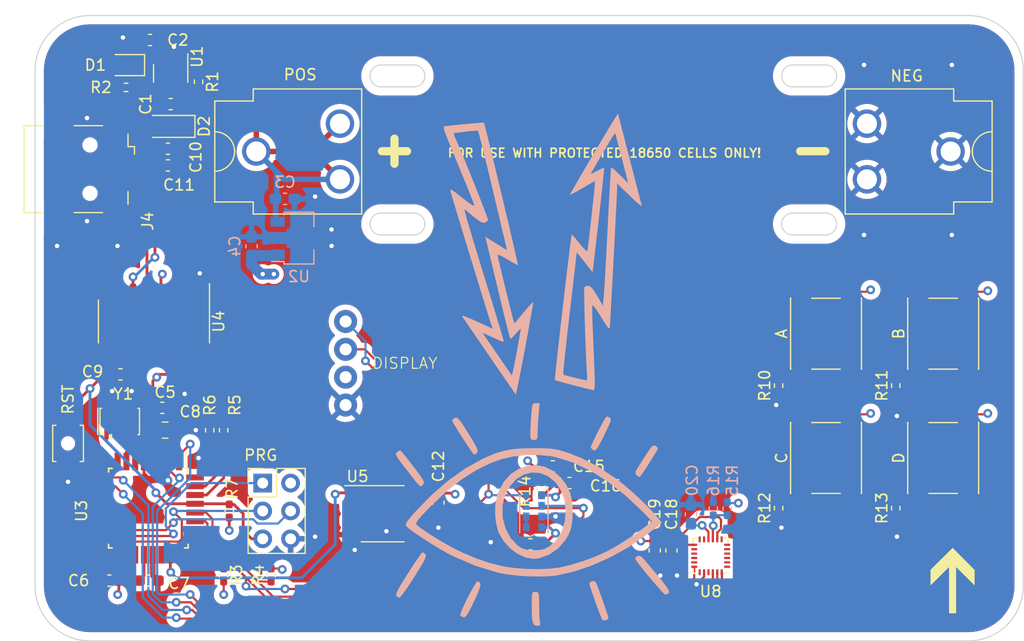
<source format=kicad_pcb>
(kicad_pcb (version 20240108) (generator "pcbnew") (generator_version "8.0")
  (layers (0 "F.Cu" signal) (1 "In1.Cu" signal "Pwr.Cu") (2 "In2.Cu" signal "Gnd.Cu") (31 "B.Cu" signal) (34 "B.Paste" user) (35 "F.Paste" user) (36 "B.SilkS" user "B.Silkscreen") (37 "F.SilkS" user "F.Silkscreen") (38 "B.Mask" user) (39 "F.Mask" user) (44 "Edge.Cuts" user))
  (net 0 "")
  (net 1 "/V_BUS")
  (net 2 "GND")
  (net 3 "/Powersupply/Bat_pos")
  (net 4 "/3V3")
  (net 5 "Net-(U3-AREF)")
  (net 6 "/Microcontroller/RESET")
  (net 7 "Net-(U4-~{DTR})")
  (net 8 "Net-(U7-VCC)")
  (net 9 "Net-(U8-REGOUT)")
  (net 10 "/Powersupply/STAT")
  (net 11 "Net-(D1-A)")
  (net 12 "/Microcontroller/MISO")
  (net 13 "/Microcontroller/SCK")
  (net 14 "/Microcontroller/MOSI")
  (net 15 "Net-(J4-D-)")
  (net 16 "Net-(J4-D+)")
  (net 18 "/SDA")
  (net 19 "/SCL")
  (net 20 "Net-(U1-PROG)")
  (net 21 "/Microcontroller/RX{slash}PD0")
  (net 22 "Net-(U4-TXD)")
  (net 23 "/Microcontroller/TX{slash}PD1")
  (net 24 "Net-(U4-RXD)")
  (net 25 "/SW1")
  (net 26 "/SW2")
  (net 27 "/SW3")
  (net 28 "/SW4")
  (net 29 "Net-(U8-SDO{slash}AD0)")
  (net 30 "Net-(U3-XTAL1{slash}PB6)")
  (net 31 "Net-(U3-XTAL2{slash}PB7)")
  (net 38 "/analog_temp")
  (net 53 "Net-(U7-LDR)")
  (net 69 "Net-(D2-A)")
  (footprint "Capacitor_SMD:C_0603_1608Metric_Pad1.08x0.95mm_HandSolder" (layer "F.Cu") (at 161.436 108.76 -90)
    (property "Reference" "C19")
    (property "Value" "100n")
  )
  (footprint "Battery:BatteryClip_Keystone_54_D16-19mm" (layer "F.Cu") (at 125.146 72.39)
    (property "Reference" "POS")
    (property "Value" "Bat_pos")
  )
  (footprint "Package_QFP:TQFP-32_7x7mm_P0.8mm" (layer "F.Cu") (at 115.316 104.902 -90)
    (property "Reference" "U3")
    (property "Value" "ATmega328P-A")
  )
  (footprint "Capacitor_SMD:C_0603_1608Metric_Pad1.08x0.95mm_HandSolder" (layer "F.Cu") (at 141.732 104.394 -90)
    (property "Reference" "C12")
    (property "Value" "100n")
  )
  (footprint "Resistor_SMD:R_0402_1005Metric_Pad0.72x0.64mm_HandSolder" (layer "F.Cu") (at 122.174 97.79 90)
    (property "Reference" "R5")
    (property "Value" "1k")
  )
  (footprint "Diode_SMD:D_SOD-123F" (layer "F.Cu") (at 117.348 70.104 180)
    (property "Reference" "D2")
    (property "Value" "PMEG2005EH")
  )
  (footprint "Package_SO:SOIC-8_3.9x4.9mm_P1.27mm" (layer "F.Cu") (at 136.652 105.41)
    (property "Reference" "U5")
    (property "Value" "TMP36xS")
  )
  (footprint "Capacitor_SMD:C_0603_1608Metric_Pad1.08x0.95mm_HandSolder" (layer "F.Cu") (at 153.67 102.616)
    (property "Reference" "C16")
    (property "Value" "1u")
  )
  (footprint "Button_Switch_SMD:SW_SPST_PTS645" (layer "F.Cu") (at 187.706 100.33 90)
    (property "Reference" "D")
    (property "Value" "SW_Push")
  )
  (footprint "Capacitor_SMD:C_0603_1608Metric_Pad1.08x0.95mm_HandSolder" (layer "F.Cu") (at 117.094 73.66)
    (property "Reference" "C11")
    (property "Value" "100n")
  )
  (footprint "Resistor_SMD:R_0402_1005Metric_Pad0.72x0.64mm_HandSolder" (layer "F.Cu") (at 183.388 104.902 -90)
    (property "Reference" "R13")
    (property "Value" "10k")
  )
  (footprint "Button_Switch_SMD:SW_SPST_B3U-1000P-B" (layer "F.Cu") (at 108 99 90)
    (property "Reference" "RST")
    (property "Value" "RESET_JMP")
  )
  (footprint "Connector_USB:USB_Mini-B_Wuerth_65100516121_Horizontal" (layer "F.Cu") (at 110 74 -90)
    (property "Reference" "J4")
    (property "Value" "USB_B_Mini")
  )
  (footprint "Button_Switch_SMD:SW_SPST_PTS645" (layer "F.Cu") (at 177.038 89 90)
    (property "Reference" "A")
    (property "Value" "SW_Push")
  )
  (footprint "Resistor_SMD:R_0402_1005Metric_Pad0.72x0.64mm_HandSolder" (layer "F.Cu") (at 126.492 110.998 90)
    (property "Reference" "R4")
    (property "Value" "4k7")
  )
  (footprint "Resistor_SMD:R_0402_1005Metric_Pad0.72x0.64mm_HandSolder" (layer "F.Cu") (at 120.904 97.79 90)
    (property "Reference" "R6")
    (property "Value" "1k")
  )
  (footprint "Resistor_SMD:R_0402_1005Metric_Pad0.72x0.64mm_HandSolder" (layer "F.Cu") (at 122.682 105.156 -90)
    (property "Reference" "R7")
    (property "Value" "1k")
  )
  (footprint "Capacitor_SMD:C_0603_1608Metric_Pad1.08x0.95mm_HandSolder" (layer "F.Cu") (at 117.094 72.136)
    (property "Reference" "C10")
    (property "Value" "10u")
  )
  (footprint "Resistor_SMD:R_0402_1005Metric_Pad0.72x0.64mm_HandSolder" (layer "F.Cu") (at 172.72 93.726 -90)
    (property "Reference" "R10")
    (property "Value" "10k")
  )
  (footprint "Capacitor_SMD:C_0603_1608Metric_Pad1.08x0.95mm_HandSolder" (layer "F.Cu") (at 111.76 111.506 180)
    (property "Reference" "C6")
    (property "Value" "1u")
  )
  (footprint "Capacitor_SMD:C_0603_1608Metric_Pad1.08x0.95mm_HandSolder" (layer "F.Cu") (at 117.348 68.072)
    (property "Reference" "C1")
    (property "Value" "4u7")
  )
  (footprint "Capacitor_SMD:C_0603_1608Metric_Pad1.08x0.95mm_HandSolder" (layer "F.Cu") (at 162.96 108.76 -90)
    (property "Reference" "C18")
    (property "Value" "100n")
  )
  (footprint "Resistor_SMD:R_0402_1005Metric_Pad0.72x0.64mm_HandSolder" (layer "F.Cu") (at 113.284 66.548)
    (property "Reference" "R2")
    (property "Value" "470R")
  )
  (footprint "Custom_Display:SSD1306 128x32px" (layer "F.Cu") (at 138.36 91.694)
    (property "Reference" "DISPLAY")
    (property "Value" "Display")
  )
  (footprint "Resistor_SMD:R_0402_1005Metric_Pad0.72x0.64mm_HandSolder" (layer "F.Cu") (at 122.174 110.998 -90)
    (property "Reference" "R3")
    (property "Value" "4k7")
  )
  (footprint "Resistor_SMD:R_0402_1005Metric_Pad0.72x0.64mm_HandSolder" (layer "F.Cu") (at 119.888 66.04 90)
    (property "Reference" "R1")
    (property "Value" "2k")
  )
  (footprint "Crystal:Resonator_SMD_Murata_CSTxExxV-3Pin_3.0x1.1mm_HandSoldering" (layer "F.Cu") (at 112.706 97)
    (property "Reference" "Y1")
    (property "Value" "Resonator 8MHz")
  )
  (footprint "Capacitor_SMD:C_0603_1608Metric_Pad1.08x0.95mm_HandSolder" (layer "F.Cu") (at 115.316 111.506)
    (property "Reference" "C7")
    (property "Value" "100n")
  )
  (footprint "Button_Switch_SMD:SW_SPST_PTS645" (layer "F.Cu") (at 177.038 100.33 90)
    (property "Reference" "C")
    (property "Value" "SW_Push")
  )
  (footprint "Capacitor_SMD:C_0805_2012Metric_Pad1.18x1.45mm_HandSolder" (layer "F.Cu") (at 116.84 97.79)
    (property "Reference" "C8")
    (property "Value" "4u7/16V")
  )
  (footprint "Resistor_SMD:R_0402_1005Metric_Pad0.72x0.64mm_HandSolder" (layer "F.Cu") (at 183.388 93.726 -90)
    (property "Reference" "R11")
    (property "Value" "10k")
  )
  (footprint "Capacitor_SMD:C_0603_1608Metric_Pad1.08x0.95mm_HandSolder" (layer "F.Cu") (at 115.4695 62.23 180)
    (property "Reference" "C2")
    (property "Value" "4u7")
  )
  (footprint "Package_SO:SOIC-16_3.9x9.9mm_P1.27mm" (layer "F.Cu") (at 115.824 87.884 -90)
    (property "Reference" "U4")
    (property "Value" "CH340C")
  )
  (footprint "Capacitor_SMD:C_0603_1608Metric_Pad1.08x0.95mm_HandSolder" (layer "F.Cu") (at 150.114 108.204 180)
    (property "Reference" "C17" (hide yes))
    (property "Value" "1u")
  )
  (footprint "Resistor_SMD:R_0402_1005Metric_Pad0.72x0.64mm_HandSolder" (layer "F.Cu") (at 151.13 103.124 -90)
    (property "Reference" "R14")
    (property "Value" "22R")
  )
  (footprint "Connector_PinHeader_2.54mm:PinHeader_2x03_P2.54mm_Vertical" (layer "F.Cu") (at 125.73 102.616)
    (property "Reference" "PRG")
    (property "Value" "ICSP")
  )
  (footprint "Capacitor_SMD:C_0603_1608Metric_Pad1.08x0.95mm_HandSolder" (layer "F.Cu") (at 112.776 92.71)
    (property "Reference" "C9")
    (property "Value" "100n" (hide yes))
  )
  (footprint "Resistor_SMD:R_0402_1005Metric_Pad0.72x0.64mm_HandSolder" (layer "F.Cu") (at 172.72 104.902 -90)
    (property "Reference" "R12")
    (property "Value" "10k")
  )
  (footprint "LOGO" (layer "F.Cu") (at 188.5 111.5)
    (property "Reference" "G***" (hide yes))
    (property "Value" "LOGO" (hide yes))
  )
  (footprint "Button_Switch_SMD:SW_SPST_PTS645" (layer "F.Cu") (at 187.706 89 90)
    (property "Reference" "B")
    (property "Value" "SW_Push")
  )
  (footprint "Package_TO_SOT_SMD:SOT-23-5" (layer "F.Cu") (at 117.348 65.278 -90)
    (property "Reference" "U1")
    (property "Value" "MCP73831-2-OT")
  )
  (footprint "LED_SMD:LED_0805_2012Metric" (layer "F.Cu") (at 113.284 64.516 180)
    (property "Reference" "D1")
    (property "Value" "BLUE")
  )
  (footprint "Capacitor_SMD:C_0603_1608Metric_Pad1.08x0.95mm_HandSolder" (layer "F.Cu") (at 152.146 101.092)
    (property "Reference" "C15")
    (property "Value" "10u")
  )
  (footprint "Capacitor_SMD:C_0603_1608Metric_Pad1.08x0.95mm_HandSolder" (layer "F.Cu") (at 116.586 95.758)
    (property "Reference" "C5")
    (property "Value" "1u")
  )
  (footprint "Sensor_Motion:InvenSense_QFN-24_3x3mm_P0.4mm" (layer "F.Cu") (at 166.532 109.244 180)
    (property "Reference" "U8")
    (property "Value" "ICM-20948")
  )
  (footprint "Battery:BatteryClip_Keystone_54_D16-19mm" (layer "F.Cu") (at 188.386 72.39 180)
    (property "Reference" "NEG")
    (property "Value" "Bat_neg")
  )
  (footprint "Sensor:Avago_APDS-9960" (layer "B.Cu") (at 150.43 105.179 -90)
    (property "Reference" "U7" (hide yes))
    (property "Value" "APDS-9960")
  )
  (footprint "Resistor_SMD:R_0402_1005Metric_Pad0.72x0.64mm_HandSolder" (layer "B.Cu") (at 166.77 104.95 90)
    (property "Reference" "R16")
    (property "Value" "dnp")
  )
  (footprint "Capacitor_SMD:C_0603_1608Metric_Pad1.08x0.95mm_HandSolder" (layer "B.Cu") (at 164.738 105.458 90)
    (property "Reference" "C20")
    (property "Value" "100n")
  )
  (footprint "LOGO" (layer "B.Cu") (at 146.130257 82.199074 20)
    (property "Reference" "G***" (hide yes))
    (property "Value" "LOGO" (hide yes))
  )
  (footprint "Capacitor_SMD:C_0603_1608Metric_Pad1.08x0.95mm_HandSolder" (layer "B.Cu") (at 124.714 81.026 90)
    (property "Reference" "C4")
    (property "Value" "10u")
  )
  (footprint "Capacitor_SMD:C_0603_1608Metric_Pad1.08x0.95mm_HandSolder" (layer "B.Cu") (at 127.762 76.708)
    (property "Reference" "C3")
    (property "Value" "1u")
  )
  (footprint "Package_TO_SOT_SMD:SOT-89-3" (layer "B.Cu") (at 129.032 80.288)
    (property "Reference" "U2")
    (property "Value" "AP130-33Y")
  )
  (footprint "Resistor_SMD:R_0402_1005Metric_Pad0.72x0.64mm_HandSolder" (layer "B.Cu") (at 168.04 104.95 -90)
    (property "Reference" "R15")
    (property "Value" "0R")
  )
  (footprint "LOGO" (layer "B.Cu") (at 150.368 105.41 180)
    (property "Reference" "G***" (hide yes))
    (property "Value" "LOGO" (hide yes))
  )
  (footprint "LOGO" (layer "B.Cu") (at 156.360147 81.451622 180)
    (property "Reference" "G***" (hide yes))
    (property "Value" "LOGO" (hide yes))
  )
  (gr_line (start 105 112) (end 105 65) (stroke (width 0.1)) (layer "Edge.Cuts"))
  (gr_arc (start 139.5 64.5) (mid 140.5 65.5) (end 139.5 66.5) (stroke (width 0.1)) (layer "Edge.Cuts"))
  (gr_line (start 136.5 78) (end 139.5 78) (stroke (width 0.1)) (layer "Edge.Cuts"))
  (gr_line (start 174 78) (end 177 78) (stroke (width 0.1)) (layer "Edge.Cuts"))
  (gr_line (start 195 112) (end 195 65) (stroke (width 0.1)) (layer "Edge.Cuts"))
  (gr_line (start 136.5 64.5) (end 139.5 64.5) (stroke (width 0.1)) (layer "Edge.Cuts"))
  (gr_arc (start 174 80) (mid 173 79) (end 174 78) (stroke (width 0.1)) (layer "Edge.Cuts"))
  (gr_line (start 174 80) (end 177 80) (stroke (width 0.1)) (layer "Edge.Cuts"))
  (gr_arc (start 139.5 78) (mid 140.5 79) (end 139.5 80) (stroke (width 0.1)) (layer "Edge.Cuts"))
  (gr_line (start 174 66.5) (end 177 66.5) (stroke (width 0.1)) (layer "Edge.Cuts"))
  (gr_arc (start 177 78) (mid 178 79) (end 177 80) (stroke (width 0.1)) (layer "Edge.Cuts"))
  (gr_arc (start 177 64.5) (mid 178 65.5) (end 177 66.5) (stroke (width 0.1)) (layer "Edge.Cuts"))
  (gr_arc (start 136.5 80) (mid 135.5 79) (end 136.5 78) (stroke (width 0.1)) (layer "Edge.Cuts"))
  (gr_line (start 136.5 66.5) (end 139.5 66.5) (stroke (width 0.1)) (layer "Edge.Cuts"))
  (gr_line (start 136.5 80) (end 139.5 80) (stroke (width 0.1)) (layer "Edge.Cuts"))
  (gr_arc (start 174 66.5) (mid 173 65.5) (end 174 64.5) (stroke (width 0.1)) (layer "Edge.Cuts"))
  (gr_line (start 174 64.5) (end 177 64.5) (stroke (width 0.1)) (layer "Edge.Cuts"))
  (gr_line (start 190 117) (end 110 117) (stroke (width 0.1)) (layer "Edge.Cuts"))
  (gr_line (start 190 60) (end 110 60) (stroke (width 0.1)) (layer "Edge.Cuts"))
  (gr_arc (start 110 117) (mid 106.464467 115.535534) (end 105 112) (stroke (width 0.1)) (layer "Edge.Cuts"))
  (gr_arc (start 190 60) (mid 193.535533 61.464466) (end 195 65) (stroke (width 0.1)) (layer "Edge.Cuts"))
  (gr_arc (start 195 112) (mid 193.535534 115.535533) (end 190 117) (stroke (width 0.1)) (layer "Edge.Cuts"))
  (gr_arc (start 105 65) (mid 106.464466 61.464467) (end 110 60) (stroke (width 0.1)) (layer "Edge.Cuts"))
  (gr_arc (start 136.5 66.5) (mid 135.5 65.5) (end 136.5 64.5) (stroke (width 0.1)) (layer "Edge.Cuts"))
  (gr_text "+" (at 135.382 73.914 0) (layer "F.SilkS") (effects (font (size 3 3) (thickness 0.75) (bold yes)) (justify left bottom)))
  (gr_text "-" (at 173.482 73.914 0) (layer "F.SilkS") (effects (font (size 3 3) (thickness 0.75) (bold yes)) (justify left bottom)))
  (gr_text "FOR USE WITH PROTECTED 18650 CELLS ONLY!" (at 142.5 73 0) (layer "F.SilkS") (effects (font (size 0.8 0.8) (thickness 0.15) (bold yes)) (justify left bottom)))
  (segment (start 118.5175 70.104) (end 116.4855 68.072) (width 0.5) (layer "F.Cu") (net 1))
  (segment (start 118.748 70.104) (end 118.5175 70.104) (width 0.5) (layer "F.Cu") (net 1))
  (segment (start 116.398 68.1595) (end 116.4855 68.072) (width 0.5) (layer "F.Cu") (net 1))
  (segment (start 116.4855 68.072) (end 116.4855 66.503) (width 0.5) (layer "F.Cu") (net 1))
  (segment (start 114.9615 66.548) (end 116.4855 68.072) (width 0.254) (layer "F.Cu") (net 1))
  (segment (start 116.4855 66.503) (end 116.398 66.4155) (width 0.5) (layer "F.Cu") (net 1))
  (segment (start 113.8815 66.548) (end 114.9615 66.548) (width 0.254) (layer "F.Cu") (net 1))
  (segment (start 165.032 110.244) (end 165.032 111.620756) (width 0.2) (layer "F.Cu") (net 2))
  (segment (start 117.8775 97.79) (end 116.516 99.1515) (width 0.254) (layer "F.Cu") (net 2))
  (segment (start 165.032 111.620756) (end 165.246 111.834756) (width 0.2) (layer "F.Cu") (net 2))
  (segment (start 115.572 102.362) (end 117.094 102.362) (width 0.254) (layer "F.Cu") (net 2))
  (segment (start 117.8775 97.79) (end 116.6075 99.06) (width 0.254) (layer "F.Cu") (net 2))
  (segment (start 165.932 111.148756) (end 165.246 111.834756) (width 0.2) (layer "F.Cu") (net 2))
  (segment (start 114.916 100.652) (end 114.916 101.706) (width 0.254) (layer "F.Cu") (net 2))
  (segment (start 109.728 69.342) (end 109.47 69.6) (width 0.5) (layer "F.Cu") (net 2))
  (segment (start 115.716 109.152) (end 115.716 111.0435) (width 0.5) (layer "F.Cu") (net 2))
  (segment (start 109.728 78.74) (end 110.068 78.4) (width 0.5) (layer "F.Cu") (net 2))
  (segment (start 112.6 78.4) (end 112.6 75.6) (width 0.5) (layer "F.Cu") (net 2))
  (segment (start 115.716 111.0435) (end 116.1785 111.506) (width 0.5) (layer "F.Cu") (net 2))
  (segment (start 109.47 69.6) (end 107.1 69.6) (width 0.5) (layer "F.Cu") (net 2))
  (segment (start 109.728 78.74) (end 109.388 78.4) (width 0.5) (layer "F.Cu") (net 2))
  (segment (start 117.348 63.139162) (end 117.348 64.1405) (width 0.5) (layer "F.Cu") (net 2))
  (segment (start 116.516 100.652) (end 116.516 101.784) (width 0.254) (layer "F.Cu") (net 2))
  (segment (start 114.916 101.706) (end 115.572 102.362) (width 0.254) (layer "F.Cu") (net 2))
  (segment (start 116.516 101.784) (end 117.094 102.362) (width 0.254) (layer "F.Cu") (net 2))
  (segment (start 165.932 110.744) (end 165.932 111.148756) (width 0.2) (layer "F.Cu") (net 2))
  (segment (start 109.728 69.342) (end 109.986 69.6) (width 0.5) (layer "F.Cu") (net 2))
  (segment (start 110.068 78.4) (end 112.6 78.4) (width 0.5) (layer "F.Cu") (net 2))
  (segment (start 117.637662 62.8495) (end 117.348 63.139162) (width 0.5) (layer "F.Cu") (net 2))
  (segment (start 109.986 69.6) (end 112.6 69.6) (width 0.5) (layer "F.Cu") (net 2))
  (segment (start 109.388 78.4) (end 107.1 78.4) (width 0.5) (layer "F.Cu") (net 2))
  (segment (start 116.516 99.1515) (end 116.516 100.652) (width 0.254) (layer "F.Cu") (net 2))
  (via (at 109.728 78.74) (size 0.8) (drill 0.4) (layers "F.Cu" "B.Cu") (net 2))
  (via (at 112.5 81) (size 0.8) (drill 0.4) (layers "F.Cu" "B.Cu") (net 2))
  (via (at 165.246 111.834756) (size 0.8) (drill 0.4) (layers "F.Cu" "B.Cu") (net 2))
  (via (at 163.468 111.046) (size 0.8) (drill 0.4) (layers "F.Cu" "B.Cu") (net 2))
  (via (at 117.637662 62.8495) (size 0.8) (drill 0.4) (layers "F.Cu" "B.Cu") (net 2))
  (via (at 137 107) (size 0.8) (drill 0.4) (layers "F.Cu" "B.Cu") (net 2))
  (via (at 161.944 111.046) (size 0.8) (drill 0.4) (layers "F.Cu" "B.Cu") (net 2))
  (via (at 141.732 106.68) (size 0.8) (drill 0.4) (layers "F.Cu" "B.Cu") (net 2))
  (via (at 120 83.5) (size 0.8) (drill 0.4) (layers "F.Cu" "B.Cu") (net 2))
  (via (at 118.618 94.488) (size 0.8) (drill 0.4) (layers "F.Cu" "B.Cu") (net 2))
  (via (at 119.888 100.33) (size 0.8) (drill 0.4) (layers "F.Cu" "B.Cu") (net 2))
  (via (at 188.5 64.5) (size 0.8) (drill 0.4) (layers "F.Cu" "B.Cu") (net 2))
  (via (at 112.014 94.234) (size 0.8) (drill 0.4) (layers "F.Cu" "B.Cu") (net 2))
  (via (at 132 79.5) (size 0.8) (drill 0.4) (layers "F.Cu" "B.Cu") (net 2))
  (via (at 183.5 96.5) (size 0.8) (drill 0.4) (layers "F.Cu" "B.Cu") (net 2))
  (via (at 188.5 80) (size 0.8) (drill 0.4) (layers "F.Cu" "B.Cu") (net 2))
  (via (at 180.5 64.5) (size 0.8) (drill 0.4) (layers "F.Cu" "B.Cu") (net 2))
  (via (at 183.5 107.5) (size 0.8) (drill 0.4) (layers "F.Cu" "B.Cu") (net 2))
  (via (at 152.4 105.664) (size 0.8) (drill 0.4) (layers "F.Cu" "B.Cu") (net 2))
  (via (at 146.5 108) (size 0.8) (drill 0.4) (layers "F.Cu" "B.Cu") (net 2))
  (via (at 132 81) (size 0.8) (drill 0.4) (layers "F.Cu" "B.Cu") (net 2))
  (via (at 130.5 107.5) (size 0.8) (drill 0.4) (layers "F.Cu" "B.Cu") (net 2))
  (via (at 113 62) (size 0.8) (drill 0.4) (layers "F.Cu" "B.Cu") (net 2))
  (via (at 172.974 106.68) (size 0.8) (drill 0.4) (layers "F.Cu" "B.Cu") (net 2))
  (via (at 134.112 108.712) (size 0.8) (drill 0.4) (layers "F.Cu" "B.Cu") (net 2))
  (via (at 117.094 102.362) (size 0.8) (drill 0.4) (layers "F.Cu" "B.Cu") (net 2))
  (via (at 119.634 97.79) (size 0.8) (drill 0.4) (layers "F.Cu" "B.Cu") (net 2))
  (via (at 107 81) (size 0.8) (drill 0.4) (layers "F.Cu" "B.Cu") (net 2))
  (via (at 109.728 69.342) (size 0.8) (drill 0.4) (layers "F.Cu" "B.Cu") (net 2))
  (via (at 180.5 80) (size 0.8) (drill 0.4) (layers "F.Cu" "B.Cu") (net 2))
  (via (at 172.5 95.5) (size 0.8) (drill 0.4) (layers "F.Cu" "B.Cu") (net 2))
  (via (at 130.5 76.5) (size 0.8) (drill 0.4) (layers "F.Cu" "B.Cu") (net 2))
  (via (at 108 102.5) (size 0.8) (drill 0.4) (layers "F.Cu" "B.Cu") (net 2))
  (via (at 113.792 94.234) (size 0.8) (drill 0.4) (layers "F.Cu" "B.Cu") (net 2))
  (segment (start 151.13 105.664) (end 152.4 105.664) (width 0.5) (layer "B.Cu") (net 2))
  (segment (start 116.5625 61.9995) (end 118.9995 61.9995) (width 0.5) (layer "F.Cu") (net 3))
  (segment (start 116.398 64.1405) (end 116.398 62.296) (width 0.5) (layer "F.Cu") (net 3))
  (segment (start 118.9995 61.9995) (end 125.146 68.146) (width 0.5) (layer "F.Cu") (net 3))
  (segment (start 130.226 72.39) (end 125.146 72.39) (width 0.5) (layer "F.Cu") (net 3))
  (segment (start 116.332 62.23) (end 116.5625 61.9995) (width 0.5) (layer "F.Cu") (net 3))
  (segment (start 125.146 68.146) (end 125.146 72.39) (width 0.5) (layer "F.Cu") (net 3))
  (segment (start 132.766 74.93) (end 130.226 72.39) (width 0.5) (layer "F.Cu") (net 3))
  (segment (start 130.226 72.39) (end 132.766 69.85) (width 0.5) (layer "F.Cu") (net 3))
  (segment (start 116.398 62.296) (end 116.332 62.23) (width 0.5) (layer "F.Cu") (net 3))
  (segment (start 127 74.244) (end 127 76.6075) (width 0.5) (layer "B.Cu") (net 3))
  (segment (start 126.8995 78.6055) (end 127.082 78.788) (width 0.5) (layer "B.Cu") (net 3))
  (segment (start 125.146 72.39) (end 127 74.244) (width 0.5) (layer "B.Cu") (net 3))
  (segment (start 126.8995 76.708) (end 126.8995 78.6055) (width 0.5) (layer "B.Cu") (net 3))
  (segment (start 132.766 74.93) (end 127.686 74.93) (width 0.5) (layer "B.Cu") (net 3))
  (segment (start 127.686 74.93) (end 125.146 72.39) (width 0.5) (layer "B.Cu") (net 3))
  (segment (start 127 76.6075) (end 126.8995 76.708) (width 0.5) (layer "B.Cu") (net 3))
  (segment (start 126.9765 78.8935) (end 127.082 78.788) (width 0.5) (layer "B.Cu") (net 3))
  (segment (start 164.23 109.014) (end 163.1135 107.8975) (width 0.2) (layer "F.Cu") (net 4))
  (segment (start 162.96 107.8975) (end 163.0605 107.998) (width 0.2) (layer "F.Cu") (net 4))
  (segment (start 116.078 92.964) (end 116.332 92.71) (width 0.254) (layer "F.Cu") (net 4))
  (segment (start 112.6225 112.6755) (end 112.6225 111.506) (width 0.254) (layer "F.Cu") (net 4))
  (segment (start 164.238 108.244) (end 165.032 108.244) (width 0.2) (layer "F.Cu") (net 4))
  (segment (start 191.686 85.174) (end 191.77 85.09) (width 0.2) (layer "F.Cu") (net 4))
  (segment (start 165.52605 105.712) (end 163.34055 107.8975) (width 0.2) (layer "F.Cu") (net 4))
  (segment (start 160.166 107.8975) (end 161.436 107.8975) (width 0.2) (layer "F.Cu") (net 4))
  (segment (start 122.174 111.5955) (end 122.174 112.776) (width 0.2) (layer "F.Cu") (net 4))
  (segment (start 151.2835 101.092) (end 151.2835 102.373) (width 0.254) (layer "F.Cu") (net 4))
  (segment (start 180.928 85.174) (end 179.288 85.174) (width 0.2) (layer "F.Cu") (net 4))
  (segment (start 115.7235 94.234) (end 115.7235 95.758) (width 0.254) (layer "F.Cu") (net 4))
  (segment (start 149.86 100.584) (end 150.368 101.092) (width 0.254) (layer "F.Cu") (net 4))
  (segment (start 120.269 92.329) (end 120.269 90.359) (width 0.254) (layer "F.Cu") (net 4))
  (segment (start 116.078 92.964) (end 115.7235 93.3185) (width 0.254) (layer "F.Cu") (net 4))
  (segment (start 179.288 85.174) (end 179.288 93.134) (width 0.2) (layer "F.Cu") (net 4))
  (segment (start 113.316 110.8125) (end 112.6225 111.506) (width 0.254) (layer "F.Cu") (net 4))
  (segment (start 127.4185 110.4005) (end 127.508 110.49) (width 0.2) (layer "F.Cu") (net 4))
  (segment (start 167.132 107.128) (end 167.47 106.79) (width 0.2) (layer "F.Cu") (net 4))
  (segment (start 150.368 101.092) (end 151.2835 101.092) (width 0.254) (layer "F.Cu") (net 4))
  (segment (start 115.8025 97.79) (end 115.8025 98.0655) (width 0.254) (layer "F.Cu") (net 4))
  (segment (start 116.459 83.693) (end 116.586 83.566) (width 0.254) (layer "F.Cu") (net 4))
  (segment (start 113.316 109.152) (end 113.316 110.8125) (width 0.254) (layer "F.Cu") (net 4))
  (segment (start 143.256 103.632) (end 143.1555 103.5315) (width 0.254) (layer "F.Cu") (net 4))
  (segment (start 181.018 96.35) (end 181.102 96.266) (width 0.2) (layer "F.Cu") (net 4))
  (segment (start 114.116 99.752) (end 114.116 100.652) (width 0.254) (layer "F.Cu") (net 4))
  (segment (start 164.23 111.808) (end 164.23 109.014) (width 0.2) (layer "F.Cu") (net 4))
  (segment (start 165.5 112.57) (end 164.992 112.57) (width 0.2) (layer "F.Cu") (net 4))
  (segment (start 152.4 107.188) (end 151.384 108.204) (width 0.254) (layer "F.Cu") (net 4))
  (segment (start 166.732 110.744) (end 166.732 111.338) (width 0.2) (layer "F.Cu") (net 4))
  (segment (start 139.127 103.505) (end 141.7055 103.505) (width 0.254) (layer "F.Cu") (net 4))
  (segment (start 115.7235 93.3185) (end 115.7235 94.234) (width 0.254) (layer "F.Cu") (net 4))
  (segment (start 189.956 96.35) (end 191.686 96.35) (width 0.2) (layer "F.Cu") (net 4))
  (segment (start 179.288 96.35) (end 181.018 96.35) (width 0.2) (layer "F.Cu") (net 4))
  (segment (start 191.686 96.35) (end 191.77 96.266) (width 0.2) (layer "F.Cu") (net 4))
  (segment (start 164.992 112.57) (end 164.23 111.808) (width 0.2) (layer "F.Cu") (net 4))
  (segment (start 115.716 100.652) (end 115.716 97.8765) (width 0.254) (layer "F.Cu") (net 4))
  (segment (start 115.716 97.8765) (end 115.8025 97.79) (width 0.254) (layer "F.Cu") (net 4))
  (segment (start 151.384 108.204) (end 150.9765 108.204) (width 0.254) (layer "F.Cu") (net 4))
  (segment (start 126.492 110.4005) (end 127.4185 110.4005) (width 0.2) (layer "F.Cu") (net 4))
  (segment (start 167.132 107.744) (end 167.132 107.128) (width 0.2) (layer "F.Cu") (net 4))
  (segment (start 151.2835 102.373) (end 151.13 102.5265) (width 0.254) (layer "F.Cu") (net 4))
  (segment (start 116.332 92.71) (end 119.888 92.71) (width 0.254) (layer "F.Cu") (net 4))
  (segment (start 167.47 105.93005) (end 167.25195 105.712) (width 0.2) (layer "F.Cu") (net 4))
  (segment (start 143.1555 103.5315) (end 141.732 103.5315) (width 0.254) (layer "F.Cu") (net 4))
  (segment (start 181.102 85) (end 180.928 85.174) (width 0.2) (layer "F.Cu") (net 4))
  (segment (start 163.34055 107.8975) (end 162.96 107.8975) (width 0.2) (layer "F.Cu") (net 4))
  (segment (start 163.992 107.998) (end 164.238 108.244) (width 0.2) (layer "F.Cu") (net 4))
  (segment (start 122.682 105.7535) (end 122.682 106.934) (width 0.254) (layer "F.Cu") (net 4))
  (segment (start 189.956 85.174) (end 191.686 85.174) (width 0.2) (layer "F.Cu") (net 4))
  (segment (start 179.288 104.31) (end 179.288 96.35) (width 0.2) (layer "F.Cu") (net 4))
  (segment (start 116.459 85.409) (end 116.459 83.693) (width 0.254) (layer "F.Cu") (net 4))
  (segment (start 115.7235 97.711) (end 115.8025 97.79) (width 0.254) (layer "F.Cu") (net 4))
  (segment (start 141.7055 103.505) (end 141.732 103.5315) (width 0.254) (layer "F.Cu") (net 4))
  (segment (start 119.888 92.71) (end 120.269 92.329) (width 0.254) (layer "F.Cu") (net 4))
  (segment (start 189.956 96.35) (end 189.956 104.31) (width 0.2) (layer "F.Cu") (net 4))
  (segment (start 166.732 111.338) (end 165.5 112.57) (width 0.2) (layer "F.Cu") (net 4))
  (segment (start 115.8025 98.0655) (end 114.116 99.752) (width 0.254) (layer "F.Cu") (net 4))
  (segment (start 163.0605 107.998) (end 163.992 107.998) (width 0.2) (layer "F.Cu") (net 4))
  (segment (start 167.25195 105.712) (end 165.52605 105.712) (width 0.2) (layer "F.Cu") (net 4))
  (segment (start 167.47 106.79) (end 167.47 105.93005) (width 0.2) (layer "F.Cu") (net 4))
  (segment (start 115.7235 95.758) (end 115.7235 97.711) (width 0.254) (layer "F.Cu") (net 4))
  (segment (start 112.522 112.776) (end 112.6225 112.6755) (width 0.254) (layer "F.Cu") (net 4))
  (segment (start 161.436 107.8975) (end 162.96 107.8975) (width 0.2) (layer "F.Cu") (net 4))
  (segment (start 189.956 85.174) (end 189.956 93.134) (width 0.2) (layer "F.Cu") (net 4))
  (segment (start 163.1135 107.8975) (end 162.96 107.8975) (width 0.2) (layer "F.Cu") (net 4))
  (via (at 181.102 96.266) (size 0.8) (drill 0.4) (layers "F.Cu" "B.Cu") (net 4))
  (via (at 191.77 85.09) (size 0.8) (drill 0.4) (layers "F.Cu" "B.Cu") (net 4))
  (via (at 191.77 96.266) (size 0.8) (drill 0.4) (layers "F.Cu" "B.Cu") (net 4))
  (via (at 127.508 110.49) (size 0.8) (drill 0.4) (layers "F.Cu" "B.Cu") (net 4))
  (via (at 116.586 83.566) (size 0.8) (drill 0.4) (layers "F.Cu" "B.Cu") (net 4))
  (via (at 125.73 83.566) (size 0.8) (drill 0.4) (layers "F.Cu" "B.Cu") (net 4))
  (via (at 169.056 104.442) (size 0.8) (drill 0.4) (layers "F.Cu" "B.Cu") (net 4))
  (via (at 112.522 112.776) (size 0.8) (drill 0.4) (layers "F.Cu" "B.Cu") (net 4))
  (via (at 152.4 107.188) (size 0.8) (drill 0.4) (layers "F.Cu" "B.Cu") (net 4))
  (via (at 122.682 106.934) (size 0.8) (drill 0.4) (layers "F.Cu" "B.Cu") (net 4))
  (via (at 149.86 100.584) (size 0.8) (drill 0.4) (layers "F.Cu" "B.Cu") (net 4))
  (via (at 122.174 112.776) (size 0.8) (drill 0.4) (layers "F.Cu" "B.Cu") (net 4))
  (via (at 143.256 103.632) (size 0.8) (drill 0.4) (layers "F.Cu" "B.Cu") (net 4))
  (via (at 126.746 83.566) (size 0.8) (drill 0.4) (layers "F.Cu" "B.Cu") (net 4))
  (via (at 181.102 85) (size 0.8) (drill 0.4) (layers "F.Cu" "B.Cu") (net 4))
  (via (at 116.078 92.964) (size 0.8) (drill 0.4) (layers "F.Cu" "B.Cu") (net 4))
  (via (at 160.166 107.8975) (size 0.8) (drill 0.4) (layers "F.Cu" "B.Cu") (net 4))
  (segment (start 124.714 82.714) (end 124.714 81.8885) (width 1) (layer "B.Cu") (net 4))
  (segment (start 169.056 104.442) (end 168.1295 104.442) (width 0.2) (layer "B.Cu") (net 4))
  (segment (start 125.73 83.566) (end 125.566 83.566) (width 1) (layer "B.Cu") (net 4))
  (segment (start 125.566 83.566) (end 124.714 82.714) (width 1) (layer "B.Cu") (net 4))
  (segment (start 124.714 81.8885) (end 126.9815 81.8885) (width 1) (layer "B.Cu") (net 4))
  (segment (start 126.746 83.566) (end 125.73 83.566) (width 1) (layer "B.Cu") (net 4))
  (segment (start 168.1295 104.442) (end 168.04 104.3525) (width 0.2) (layer "B.Cu") (net 4))
  (segment (start 126.9815 81.8885) (end 127.082 81.788) (width 1) (layer "B.Cu") (net 4))
  (segment (start 151.846 106.634) (end 151.13 106.634) (width 0.254) (layer "B.Cu") (net 4))
  (segment (start 152.4 107.188) (end 151.846 106.634) (width 0.254) (layer "B.Cu") (net 4))
  (segment (start 114.916 109.152) (end 114.916 111.0435) (width 0.254) (layer "F.Cu") (net 5))
  (segment (start 114.916 111.0435) (end 114.4535 111.506) (width 0.254) (layer "F.Cu") (net 5))
  (segment (start 110 94) (end 111.29 92.71) (width 0.254) (layer "F.Cu") (net 6))
  (segment (start 125.73 107.696) (end 124.714 107.696) (width 0.254) (layer "F.Cu") (net 6))
  (segment (start 110 94) (end 108 96) (width 0.254) (layer "F.Cu") (net 6))
  (segment (start 122.6255 104.502) (end 122.682 104.5585) (width 0.254) (layer "F.Cu") (net 6))
  (segment (start 111.29 92.71) (end 111.9135 92.71) (width 0.254) (layer "F.Cu") (net 6))
  (segment (start 108 96) (end 108 97.3) (width 0.254) (layer "F.Cu") (net 6))
  (segment (start 123.1005 104.5585) (end 122.682 104.5585) (width 0.254) (layer "F.Cu") (net 6))
  (segment (start 117.002 104.502) (end 119.566 104.502) (width 0.254) (layer "F.Cu") (net 6))
  (segment (start 124.714 107.696) (end 123.952 106.934) (width 0.254) (layer "F.Cu") (net 6))
  (segment (start 123.952 105.41) (end 123.1005 104.5585) (width 0.254) (layer "F.Cu") (net 6))
  (segment (start 123.952 106.934) (end 123.952 105.41) (width 0.254) (layer "F.Cu") (net 6))
  (segment (start 119.566 104.502) (end 122.6255 104.502) (width 0.254) (layer "F.Cu") (net 6))
  (segment (start 116 103.5) (end 117.002 104.502) (width 0.254) (layer "F.Cu") (net 6))
  (via (at 116 103.5) (size 0.8) (drill 0.4) (layers "F.Cu" "B.Cu") (net 6))
  (via (at 110 94) (size 0.8) (drill 0.4) (layers "F.Cu" "B.Cu") (net 6))
  (segment (start 116 103.305) (end 110 97.305) (width 0.254) (layer "B.Cu") (net 6))
  (segment (start 116 103.5) (end 116 103.305) (width 0.254) (layer "B.Cu") (net 6))
  (segment (start 110 97.305) (end 110 94) (width 0.254) (layer "B.Cu") (net 6))
  (segment (start 114.48758 92.71) (end 113.6385 92.71) (width 0.254) (layer "F.Cu") (net 7))
  (segment (start 116.459 90.359) (end 116.459 90.73858) (width 0.254) (layer "F.Cu") (net 7))
  (segment (start 116.459 90.73858) (end 114.48758 92.71) (width 0.254) (layer "F.Cu") (net 7))
  (segment (start 152.4 103.886) (end 152.8075 103.4785) (width 0.254) (layer "F.Cu") (net 8))
  (segment (start 151.13 103.7215) (end 151.2945 103.7215) (width 0.254) (layer "F.Cu") (net 8))
  (segment (start 152.8075 103.4785) (end 152.8075 102.616) (width 0.254) (layer "F.Cu") (net 8))
  (segment (start 152.4 102.616) (end 152.8075 102.616) (width 0.254) (layer "F.Cu") (net 8))
  (segment (start 151.2945 103.7215) (end 152.4 102.616) (width 0.254) (layer "F.Cu") (net 8))
  (via (at 152.4 103.886) (size 0.8) (drill 0.4) (layers "F.Cu" "B.Cu") (net 8))
  (segment (start 152.4 103.886) (end 152.238 103.724) (width 0.254) (layer "B.Cu") (net 8))
  (segment (start 151.222 103.632) (end 151.13 103.724) (width 0.254) (layer "B.Cu") (net 8))
  (segment (start 152.238 103.724) (end 151.13 103.724) (width 0.254) (layer "B.Cu") (net 8))
  (segment (start 165.754 106.474) (end 166.332 107.052) (width 0.2) (layer "F.Cu") (net 9))
  (segment (start 166.332 107.052) (end 166.332 107.744) (width 0.2) (layer "F.Cu") (net 9))
  (via (at 165.754 106.474) (size 0.8) (drill 0.4) (layers "F.Cu" "B.Cu") (net 9))
  (segment (start 165.754 106.474) (end 164.8915 106.474) (width 0.2) (layer "B.Cu") (net 9))
  (segment (start 164.8915 106.474) (end 164.738 106.3205) (width 0.2) (layer "B.Cu") (net 9))
  (segment (start 117.54758 65.278) (end 114.9835 65.278) (width 0.254) (layer "F.Cu") (net 10))
  (segment (start 114.9835 65.278) (end 114.2215 64.516) (width 0.254) (layer "F.Cu") (net 10))
  (segment (start 118.298 64.52758) (end 117.54758 65.278) (width 0.254) (layer "F.Cu") (net 10))
  (segment (start 118.298 64.1405) (end 118.298 64.52758) (width 0.254) (layer "F.Cu") (net 10))
  (segment (start 112.3465 64.516) (end 112.3465 66.208) (width 0.254) (layer "F.Cu") (net 11))
  (segment (start 112.3465 66.208) (end 112.6865 66.548) (width 0.254) (layer "F.Cu") (net 11))
  (segment (start 111.066 107.702) (end 112.066 107.702) (width 0.2) (layer "F.Cu") (net 12))
  (segment (start 112.066 107.702) (end 112.326 107.442) (width 0.2) (layer "F.Cu") (net 12))
  (segment (start 117.4105 107.442) (end 117.602 107.2505) (width 0.2) (layer "F.Cu") (net 12))
  (segment (start 112.326 107.442) (end 117.4105 107.442) (width 0.2) (layer "F.Cu") (net 12))
  (via (at 117.602 107.2505) (size 0.8) (drill 0.4) (layers "F.Cu" "B.Cu") (net 12))
  (segment (start 116.902 106.5505) (end 117.602 107.2505) (width 0.2) (layer "B.Cu") (net 12))
  (segment (start 116.902 104.93855) (end 116.902 106.5505) (width 0.2) (layer "B.Cu") (net 12))
  (segment (start 125.73 102.616) (end 119.22455 102.616) (width 0.2) (layer "B.Cu") (net 12))
  (segment (start 119.22455 102.616) (end 116.902 104.93855) (width 0.2) (layer "B.Cu") (net 12))
  (segment (start 118.11 107.95) (end 112.843 107.95) (width 0.2) (layer "F.Cu") (net 13))
  (segment (start 117.602 105.2285) (end 118.364 105.9905) (width 0.2) (layer "F.Cu") (net 13))
  (segment (start 118.364 105.9905) (end 118.364 107.696) (width 0.2) (layer "F.Cu") (net 13))
  (segment (start 112.843 107.95) (end 112.516 108.277) (width 0.2) (layer "F.Cu") (net 13))
  (segment (start 118.364 107.696) (end 118.11 107.95) (width 0.2) (layer "F.Cu") (net 13))
  (segment (start 112.516 108.277) (end 112.516 109.152) (width 0.2) (layer "F.Cu") (net 13))
  (via (at 117.602 105.2285) (size 0.8) (drill 0.4) (layers "F.Cu" "B.Cu") (net 13))
  (segment (start 117.6745 105.156) (end 125.73 105.156) (width 0.2) (layer "B.Cu") (net 13))
  (segment (start 117.602 105.2285) (end 117.6745 105.156) (width 0.2) (layer "B.Cu") (net 13))
  (segment (start 116.928003 106.902) (end 111.066 106.902) (width 0.2) (layer "F.Cu") (net 14))
  (segment (start 117.602 106.228003) (end 116.928003 106.902) (width 0.2) (layer "F.Cu") (net 14))
  (via (at 117.602 106.228003) (size 0.8) (drill 0.4) (layers "F.Cu" "B.Cu") (net 14))
  (segment (start 127.12 106.306) (end 128.27 105.156) (width 0.2) (layer "B.Cu") (net 14))
  (segment (start 117.602 106.228003) (end 117.912003 105.918) (width 0.2) (layer "B.Cu") (net 14))
  (segment (start 125.253654 106.306) (end 127.12 106.306) (width 0.2) (layer "B.Cu") (net 14))
  (segment (start 117.912003 105.918) (end 124.865654 105.918) (width 0.2) (layer "B.Cu") (net 14))
  (segment (start 124.865654 105.918) (end 125.253654 106.306) (width 0.2) (layer "B.Cu") (net 14))
  (segment (start 115.9155 82.042) (end 115.9155 75.2755) (width 0.254) (layer "F.Cu") (net 15))
  (segment (start 115.9155 75.2755) (end 113.84 73.2) (width 0.254) (layer "F.Cu") (net 15))
  (segment (start 113.84 73.2) (end 112.6 73.2) (width 0.254) (layer "F.Cu") (net 15))
  (segment (start 113.919 83.82) (end 113.919 85.409) (width 0.254) (layer "F.Cu") (net 15))
  (via (at 113.919 83.82) (size 0.8) (drill 0.4) (layers "F.Cu" "B.Cu") (net 15))
  (via (at 115.9155 82.042) (size 0.8) (drill 0.4) (layers "F.Cu" "B.Cu") (net 15))
  (segment (start 115.9155 82.042) (end 115.824 82.042) (width 0.254) (layer "B.Cu") (net 15))
  (segment (start 114.046 83.82) (end 113.919 83.82) (width 0.254) (layer "B.Cu") (net 15))
  (segment (start 115.824 82.042) (end 114.046 83.82) (width 0.254) (layer "B.Cu") (net 15))
  (segment (start 115.189 75.325) (end 115.189 85.409) (width 0.254) (layer "F.Cu") (net 16))
  (segment (start 113.864 74) (end 115.189 75.325) (width 0.254) (layer "F.Cu") (net 16))
  (segment (start 112.6 74) (end 113.864 74) (width 0.254) (layer "F.Cu") (net 16))
  (segment (start 146.304 103.632) (end 146.304 102.688054) (width 0.2) (layer "F.Cu") (net 18))
  (segment (start 165.831372 113.37) (end 167.559 111.642372) (width 0.2) (layer "F.Cu") (net 18))
  (segment (start 124.206 111.232) (end 123.581 110.607) (width 0.2) (layer "F.Cu") (net 18))
  (segment (start 137.16 113.37) (end 165.831372 113.37) (width 0.2) (layer "F.Cu") (net 18))
  (segment (start 167.559 111.642372) (end 167.559 110.744) (width 0.2) (layer "F.Cu") (net 18))
  (segment (start 137.668 112.268) (end 127.762 112.268) (width 0.2) (layer "F.Cu") (net 18))
  (segment (start 146.304 102.688054) (end 135.091973 91.476027) (width 0.2) (layer "F.Cu") (net 18))
  (segment (start 120.495 106.102) (end 120.693 106.3) (width 0.2) (layer "F.Cu") (net 18))
  (segment (start 120.693 107.719) (end 123.581 110.607) (width 0.2) (layer "F.Cu") (net 18))
  (segment (start 126.344 113.37) (end 137.16 113.37) (width 0.2) (layer "F.Cu") (net 18))
  (segment (start 120.693 106.3) (end 120.693 107.719) (width 0.2) (layer "F.Cu") (net 18))
  (segment (start 119.566 106.102) (end 120.495 106.102) (width 0.2) (layer "F.Cu") (net 18))
  (segment (start 124.206 112.014) (end 124.206 111.232) (width 0.2) (layer "F.Cu") (net 18))
  (segment (start 123.3745 110.4005) (end 123.581 110.607) (width 0.2) (layer "F.Cu") (net 18))
  (segment (start 146.304 103.632) (end 137.668 112.268) (width 0.2) (layer "F.Cu") (net 18))
  (segment (start 122.174 110.4005) (end 123.3745 110.4005) (width 0.2) (layer "F.Cu") (net 18))
  (segment (start 123.581 110.607) (end 126.344 113.37) (width 0.2) (layer "F.Cu") (net 18))
  (via (at 146.304 103.632) (size 0.8) (drill 0.4) (layers "F.Cu" "B.Cu") (net 18))
  (via (at 127.762 112.268) (size 0.8) (drill 0.4) (layers "F.Cu" "B.Cu") (net 18))
  (via (at 124.206 112.014) (size 0.8) (drill 0.4) (layers "F.Cu" "B.Cu") (net 18))
  (via (at 135.091973 91.476027) (size 0.8) (drill 0.4) (layers "F.Cu" "B.Cu") (net 18))
  (segment (start 146.396 103.724) (end 146.304 103.632) (width 0.2) (layer "B.Cu") (net 18))
  (segment (start 149.23 103.724) (end 146.396 103.724) (width 0.2) (layer "B.Cu") (net 18))
  (segment (start 135.091973 91.476027) (end 135.091973 89.695973) (width 0.2) (layer "B.Cu") (net 18))
  (segment (start 149.23 103.724) (end 149.73 103.724) (width 0.2) (layer "B.Cu") (net 18))
  (segment (start 127.762 112.268) (end 124.46 112.268) (width 0.2) (layer "B.Cu") (net 18))
  (segment (start 124.46 112.268) (end 124.206 112.014) (width 0.2) (layer "B.Cu") (net 18))
  (segment (start 135.091973 89.695973) (end 133.28 87.884) (width 0.2) (layer "B.Cu") (net 18))
  (segment (start 154.94 104.902) (end 149.507189 104.902) (width 0.2) (layer "F.Cu") (net 19))
  (segment (start 165.665686 112.97) (end 167.132 111.503686) (width 0.2) (layer "F.Cu") (net 19))
  (segment (start 120.566 105.302) (end 121.158 105.894) (width 0.2) (layer "F.Cu") (net 19))
  (segment (start 121.158 105.894) (end 121.158 107.442) (width 0.2) (layer "F.Cu") (net 19))
  (segment (start 167.132 111.503686) (end 167.132 110.744) (width 0.2) (layer "F.Cu") (net 19))
  (segment (start 126.686 112.97) (end 146.812 112.97) (width 0.2) (layer "F.Cu") (net 19))
  (segment (start 154.94 104.902) (end 154.94 105.63795) (width 0.2) (layer "F.Cu") (net 19))
  (segment (start 125.095 111.379) (end 126.686 112.97) (width 0.2) (layer "F.Cu") (net 19))
  (segment (start 125.3115 111.5955) (end 125.095 111.379) (width 0.2) (layer "F.Cu") (net 19))
  (segment (start 121.158 107.442) (end 125.095 111.379) (width 0.2) (layer "F.Cu") (net 19))
  (segment (start 154.94 105.63795) (end 147.60795 112.97) (width 0.2) (layer "F.Cu") (net 19))
  (segment (start 126.492 111.5955) (end 125.3115 111.5955) (width 0.2) (layer "F.Cu") (net 19))
  (segment (start 147.60795 112.97) (end 146.812 112.97) (width 0.2) (layer "F.Cu") (net 19))
  (segment (start 146.812 112.97) (end 165.665686 112.97) (width 0.2) (layer "F.Cu") (net 19))
  (segment (start 135.029189 90.424) (end 133.28 90.424) (width 0.2) (layer "F.Cu") (net 19))
  (segment (start 149.507189 104.902) (end 135.029189 90.424) (width 0.2) (layer "F.Cu") (net 19))
  (segment (start 119.566 105.302) (end 120.566 105.302) (width 0.2) (layer "F.Cu") (net 19))
  (via (at 154.94 104.902) (size 0.8) (drill 0.4) (layers "F.Cu" "B.Cu") (net 19))
  (segment (start 154.732 104.694) (end 154.94 104.902) (width 0.2) (layer "B.Cu") (net 19))
  (segment (start 151.13 104.694) (end 154.732 104.694) (width 0.2) (layer "B.Cu") (net 19))
  (segment (start 118.52 66.6375) (end 118.298 66.4155) (width 0.254) (layer "F.Cu") (net 20))
  (segment (start 119.888 66.6375) (end 118.52 66.6375) (width 0.254) (layer "F.Cu") (net 20))
  (segment (start 122.174 102.148) (end 120.62 103.702) (width 0.254) (layer "F.Cu") (net 21))
  (segment (start 122.174 98.3875) (end 122.174 102.148) (width 0.254) (layer "F.Cu") (net 21))
  (segment (start 120.62 103.702) (end 119.566 103.702) (width 0.254) (layer "F.Cu") (net 21))
  (segment (start 118.999 87.249) (end 118.999 85.409) (width 0.254) (layer "F.Cu") (net 22))
  (segment (start 120.838052 87.938) (end 119.688 87.938) (width 0.254) (layer "F.Cu") (net 22))
  (segment (start 119.688 87.938) (end 118.999 87.249) (width 0.254) (layer "F.Cu") (net 22))
  (segment (start 122.174 89.273948) (end 120.838052 87.938) (width 0.254) (layer "F.Cu") (net 22))
  (segment (start 122.174 97.1925) (end 122.174 89.273948) (width 0.254) (layer "F.Cu") (net 22))
  (segment (start 121.666 99.1495) (end 121.666 101.731) (width 0.254) (layer "F.Cu") (net 23))
  (segment (start 120.495 102.902) (end 119.566 102.902) (width 0.254) (layer "F.Cu") (net 23))
  (segment (start 120.904 98.3875) (end 121.666 99.1495) (width 0.254) (layer "F.Cu") (net 23))
  (segment (start 121.666 101.731) (end 120.495 102.902) (width 0.254) (layer "F.Cu") (net 23))
  (segment (start 120.65 88.392) (end 119.38 88.392) (width 0.254) (layer "F.Cu") (net 24))
  (segment (start 121.666 96.4305) (end 121.666 89.408) (width 0.254) (layer "F.Cu") (net 24))
  (segment (start 117.729 86.741) (end 117.729 85.409) (width 0.254) (layer "F.Cu") (net 24))
  (segment (start 119.38 88.392) (end 117.729 86.741) (width 0.254) (layer "F.Cu") (net 24))
  (segment (start 121.666 89.408) (end 120.65 88.392) (width 0.254) (layer "F.Cu") (net 24))
  (segment (start 120.904 97.1925) (end 121.666 96.4305) (width 0.254) (layer "F.Cu") (net 24))
  (segment (start 171.45 108.654314) (end 171.45 94.3985) (width 0.2) (layer "F.Cu") (net 25))
  (segment (start 119.126 112.776) (end 120.12 113.77) (width 0.2) (layer "F.Cu") (net 25))
  (segment (start 171.45 94.3985) (end 172.72 93.1285) (width 0.2) (layer "F.Cu") (net 25))
  (segment (start 118.116 100.07) (end 119.126 99.06) (width 0.2) (layer "F.Cu") (net 25))
  (segment (start 174.788 93.134) (end 172.7255 93.134) (width 0.2) (layer "F.Cu") (net 25))
  (segment (start 118.116 100.652) (end 118.116 100.07) (width 0.2) (layer "F.Cu") (net 25))
  (segment (start 120.12 113.77) (end 166.334314 113.77) (width 0.2) (layer "F.Cu") (net 25))
  (segment (start 172.7255 93.134) (end 172.72 93.1285) (width 0.2) (layer "F.Cu") (net 25))
  (segment (start 166.334314 113.77) (end 171.45 108.654314) (width 0.2) (layer "F.Cu") (net 25))
  (segment (start 174.788 85.174) (end 174.788 93.134) (width 0.2) (layer "F.Cu") (net 25))
  (via (at 119.126 112.776) (size 0.8) (drill 0.4) (layers "F.Cu" "B.Cu") (net 25))
  (via (at 119.126 99.06) (size 0.8) (drill 0.4) (layers "F.Cu" "B.Cu") (net 25))
  (segment (start 116.116 105.158864) (end 119.126 102.148864) (width 0.2) (layer "B.Cu") (net 25))
  (segment (start 119.126 102.148864) (end 119.126 99.06) (width 0.2) (layer "B.Cu") (net 25))
  (segment (start 116.332 112.776) (end 116.116 112.56) (width 0.2) (layer "B.Cu") (net 25))
  (segment (start 119.126 112.776) (end 116.332 112.776) (width 0.2) (layer "B.Cu") (net 25))
  (segment (start 116.116 112.56) (end 116.116 105.158864) (width 0.2) (layer "B.Cu") (net 25))
  (segment (start 117.856 113.482755) (end 119.168913 113.482755) (width 0.2) (layer "F.Cu") (net 26))
  (segment (start 119.856158 114.17) (end 166.5 114.17) (width 0.2) (layer "F.Cu") (net 26))
  (segment (start 118.14281 102.14281) (end 117.93181 102.14281) (width 0.2) (layer "F.Cu") (net 26))
  (segment (start 166.5 114.17) (end 171.958 108.712) (width 0.2) (layer "F.Cu") (net 26))
  (segment (start 117.93181 102.14281) (end 117.316 101.527) (width 0.2) (layer "F.Cu") (net 26))
  (segment (start 171.958 97.042) (end 173.725 95.275) (width 0.2) (layer "F.Cu") (net 26))
  (segment (start 173.725 95.275) (end 181.2415 95.275) (width 0.2) (layer "F.Cu") (net 26))
  (segment (start 185.456 93.134) (end 183.3935 93.134) (width 0.2) (layer "F.Cu") (net 26))
  (segment (start 185.456 85.02) (end 185.456 92.98) (width 0.2) (layer "F.Cu") (net 26))
  (segment (start 181.2415 95.275) (end 183.388 93.1285) (width 0.2) (layer "F.Cu") (net 26))
  (segment (start 117.316 101.527) (end 117.316 100.652) (width 0.2) (layer "F.Cu") (net 26))
  (segment (start 183.3935 93.134) (end 183.388 93.1285) (width 0.2) (layer "F.Cu") (net 26))
  (segment (start 119.168913 113.482755) (end 119.856158 114.17) (width 0.2) (layer "F.Cu") (net 26))
  (segment (start 171.958 108.712) (end 171.958 97.042) (width 0.2) (layer "F.Cu") (net 26))
  (via (at 118.14281 102.14281) (size 0.8) (drill 0.4) (layers "F.Cu" "B.Cu") (net 26))
  (via (at 117.856 113.482755) (size 0.8) (drill 0.4) (layers "F.Cu" "B.Cu") (net 26))
  (segment (start 117.38995 103.1) (end 115.716 104.77395) (width 0.2) (layer "B.Cu") (net 26))
  (segment (start 116.473069 113.482755) (end 117.856 113.482755) (width 0.2) (layer "B.Cu") (net 26))
  (segment (start 118.14281 102.35719) (end 117.4 103.1) (width 0.2) (layer "B.Cu") (net 26))
  (segment (start 115.716 112.725686) (end 116.473069 113.482755) (width 0.2) (layer "B.Cu") (net 26))
  (segment (start 117.4 103.1) (end 117.38995 103.1) (width 0.2) (layer "B.Cu") (net 26))
  (segment (start 118.14281 102.14281) (end 118.14281 102.35719) (width 0.2) (layer "B.Cu") (net 26))
  (segment (start 115.716 104.77395) (end 115.716 112.725686) (width 0.2) (layer "B.Cu") (net 26))
  (segment (start 166.665685 114.57) (end 174.788 106.447686) (width 0.2) (layer "F.Cu") (net 27))
  (segment (start 118.807457 114.182255) (end 119.302728 114.182255) (width 0.2) (layer "F.Cu") (net 27))
  (segment (start 119.690473 114.57) (end 166.665685 114.57) (width 0.2) (layer "F.Cu") (net 27))
  (segment (start 112.77 102.102) (end 113.03 102.362) (width 0.2) (layer "F.Cu") (net 27))
  (segment (start 174.788 96.35) (end 174.788 104.31) (width 0.2) (layer "F.Cu") (net 27))
  (segment (start 174.788 104.31) (end 172.7255 104.31) (width 0.2) (layer "F.Cu") (net 27))
  (segment (start 174.788 106.447686) (end 174.788 104.31) (width 0.2) (layer "F.Cu") (net 27))
  (segment (start 119.302728 114.182255) (end 119.690473 114.57) (width 0.2) (layer "F.Cu") (net 27))
  (segment (start 172.7255 104.31) (end 172.72 104.3045) (width 0.2) (layer "F.Cu") (net 27))
  (segment (start 111.066 102.102) (end 112.77 102.102) (width 0.2) (layer "F.Cu") (net 27))
  (via (at 113.03 102.362) (size 0.8) (drill 0.4) (layers "F.Cu" "B.Cu") (net 27))
  (via (at 118.807457 114.182255) (size 0.8) (drill 0.4) (layers "F.Cu" "B.Cu") (net 27))
  (segment (start 116.606883 114.182255) (end 115.316 112.891372) (width 0.2) (layer "B.Cu") (net 27))
  (segment (start 115.316 112.891372) (end 115.316 104.648) (width 0.2) (layer "B.Cu") (net 27))
  (segment (start 115.316 104.648) (end 113.03 102.362) (width 0.2) (layer "B.Cu") (net 27))
  (segment (start 118.807457 114.182255) (end 116.606883 114.182255) (width 0.2) (layer "B.Cu") (net 27))
  (segment (start 180.6925 107) (end 183.388 104.3045) (width 0.2) (layer "F.Cu") (net 28))
  (segment (start 117.860055 114.881755) (end 117.9483 114.97) (width 0.2) (layer "F.Cu") (net 28))
  (segment (start 185.456 96.35) (end 185.456 104.31) (width 0.2) (layer "F.Cu") (net 28))
  (segment (start 183.3935 104.31) (end 183.388 104.3045) (width 0.2) (layer "F.Cu") (net 28))
  (segment (start 174.80137 107) (end 180.6925 107) (width 0.2) (layer "F.Cu") (net 28))
  (segment (start 112.3 102.902) (end 113.03 103.632) (width 0.2) (layer "F.Cu") (net 28))
  (segment (start 117.9483 114.97) (end 166.83137 114.97) (width 0.2) (layer "F.Cu") (net 28))
  (segment (start 166.83137 114.97) (end 174.80137 107) (width 0.2) (layer "F.Cu") (net 28))
  (segment (start 185.456 104.31) (end 183.3935 104.31) (width 0.2) (layer "F.Cu") (net 28))
  (segment (start 111.066 102.902) (end 112.3 102.902) (width 0.2) (layer "F.Cu") (net 28))
  (via (at 117.860055 114.881755) (size 0.8) (drill 0.4) (layers "F.Cu" "B.Cu") (net 28))
  (via (at 113.03 103.632) (size 0.8) (drill 0.4) (layers "F.Cu" "B.Cu") (net 28))
  (segment (start 116.659755 114.881755) (end 114.808 113.03) (width 0.2) (layer "B.Cu") (net 28))
  (segment (start 114.808 105.41) (end 113.03 103.632) (width 0.2) (layer "B.Cu") (net 28))
  (segment (start 117.860055 114.881755) (end 116.659755 114.881755) (width 0.2) (layer "B.Cu") (net 28))
  (segment (start 114.808 113.03) (end 114.808 105.41) (width 0.2) (layer "B.Cu") (net 28))
  (segment (start 166.768584 106.49934) (end 166.732 106.535924) (width 0.2) (layer "F.Cu") (net 29))
  (segment (start 166.732 106.535924) (end 166.732 107.744) (width 0.2) (layer "F.Cu") (net 29))
  (via (at 166.768584 106.49934) (size 0.8) (drill 0.4) (layers "F.Cu" "B.Cu") (net 29))
  (segment (start 166.77 106.497924) (end 166.768584 106.49934) (width 0.2) (layer "B.Cu") (net 29))
  (segment (start 168.04 105.5475) (end 166.77 105.5475) (width 0.2) (layer "B.Cu") (net 29))
  (segment (start 166.77 105.5475) (end 166.77 106.497924) (width 0.2) (layer "B.Cu") (net 29))
  (segment (start 113.906 99.2) (end 113.906 97) (width 0.254) (layer "F.Cu") (net 30))
  (segment (start 113.316 100.652) (end 113.316 99.79) (width 0.254) (layer "F.Cu") (net 30))
  (segment (start 113.316 99.79) (end 113.906 99.2) (width 0.254) (layer "F.Cu") (net 30))
  (segment (start 112.516 100.652) (end 112.516 99.816) (width 0.254) (layer "F.Cu") (net 31))
  (segment (start 112.516 99.816) (end 111.506 98.806) (width 0.254) (layer "F.Cu") (net 31))
  (segment (start 111.506 98.806) (end 111.506 97) (width 0.254) (layer "F.Cu") (net 31))
  (segment (start 132.461 103.505) (end 132.334 103.632) (width 0.254) (layer "F.Cu") (net 38))
  (segment (start 134.177 103.505) (end 132.461 103.505) (width 0.254) (layer "F.Cu") (net 38))
  (segment (start 117.316 109.152) (end 117.316 110.712) (width 0.254) (layer "F.Cu") (net 38))
  (segment (start 117.316 110.712) (end 117.348 110.744) (width 0.254) (layer "F.Cu") (net 38))
  (via (at 117.348 110.744) (size 0.8) (drill 0.4) (layers "F.Cu" "B.Cu") (net 38))
  (via (at 132.334 103.632) (size 0.8) (drill 0.4) (layers "F.Cu" "B.Cu") (net 38))
  (segment (start 132.334 108.204) (end 129.286 111.252) (width 0.254) (layer "B.Cu") (net 38))
  (segment (start 129.286 111.252) (end 117.856 111.252) (width 0.254) (layer "B.Cu") (net 38))
  (segment (start 117.856 111.252) (end 117.348 110.744) (width 0.254) (layer "B.Cu") (net 38))
  (segment (start 132.334 103.632) (end 132.334 108.204) (width 0.254) (layer "B.Cu") (net 38))
  (segment (start 149.73 105.664) (end 149.73 106.634) (width 0.254) (layer "B.Cu") (net 53))
  (segment (start 116.2315 73.66) (end 116.2315 72.136) (width 0.5) (layer "F.Cu") (net 69))
  (segment (start 115.316 73.66) (end 116.2315 73.66) (width 0.5) (layer "F.Cu") (net 69))
  (segment (start 112.6 72.4) (end 114.056 72.4) (width 0.5) (layer "F.Cu") (net 69))
  (segment (start 116.2315 72.136) (end 116.2315 70.3875) (width 0.5) (layer "F.Cu") (net 69))
  (segment (start 114.056 72.4) (end 115.316 73.66) (width 0.5) (layer "F.Cu") (net 69))
  (segment (start 116.2315 70.3875) (end 115.948 70.104) (width 0.5) (layer "F.Cu") (net 69))
  (zone (net 2) (net_name "GND") (layer "F.Cu") (priority 2) (connect_pads (clearance 0.5)) (min_thickness 0.25) (fill yes (thermal_gap 0.5) (thermal_bridge_width 0.5))
    (polygon (pts (xy 104.902 59.944) (xy 195.072 59.944) (xy 195 117) (xy 104.902 116.968)))
  )
  (zone (net 0) (net_name "") (layers "In1.Cu" "In2.Cu" "B.Cu") (connect_pads (clearance 0)) (min_thickness 0.25)
    (keepout (tracks not_allowed) (vias not_allowed) (pads not_allowed) (copperpour not_allowed) (footprints allowed))
    (fill (thermal_gap 0.5) (thermal_bridge_width 0.5))
    (polygon (pts (xy 164.484 107.236) (xy 168.548 107.236) (xy 168.548 111.3) (xy 164.484 111.3)))
  )
  (zone (net 2) (net_name "GND") (layer "B.Cu") (priority 3) (connect_pads (clearance 0.5)) (min_thickness 0.25) (fill yes (thermal_gap 0.5) (thermal_bridge_width 0.5))
    (polygon (pts (xy 104.902 59.944) (xy 104.902 116.968) (xy 195 117) (xy 195.072 59.944)))
  )
)
</source>
